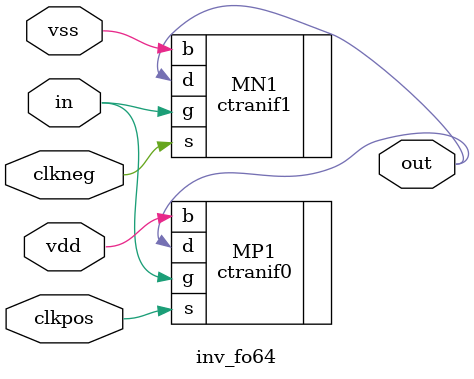
<source format=sv>

`timescale 1ns / 1ns 

module inv_fo64 ( out, clkneg, clkpos, in, vdd, vss );

output  out;

input  clkneg, clkpos, in, vdd, vss;


specify 
    specparam CDS_LIBNAME  = "MIPS25";
    specparam CDS_CELLNAME = "inv_fo64";
    specparam CDS_VIEWNAME = "schematic";
endspecify

ctranif1  MN1 ( .b(vss), .d(out), .g(in), .s(clkneg));
ctranif0  MP1 ( .b(vdd), .s(clkpos), .g(in), .d(out));

endmodule

</source>
